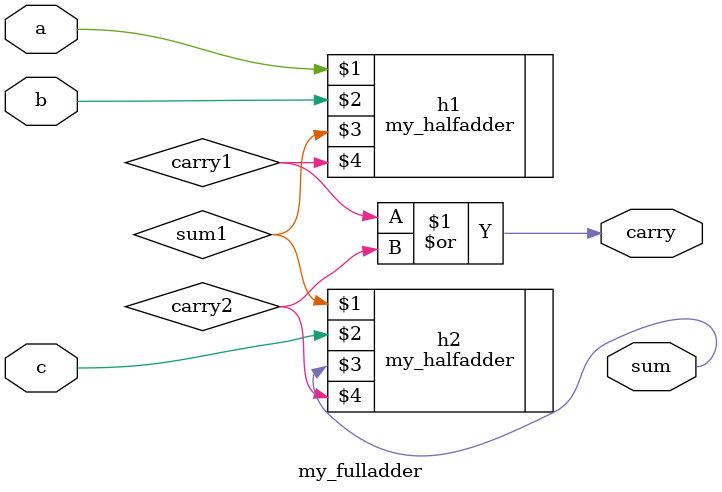
<source format=v>
`include "my_halfadder"
module my_fulladder (input a,
                     input  b,
                     input  c,
                     output sum,
                     output carry);

   wire                     sum1, carry1, carry2;
   
   my_halfadder h1(a, b, sum1, carry1);
   my_halfadder h2(sum1, c, sum, carry2);
   or (carry, carry1, carry2);
endmodule

</source>
